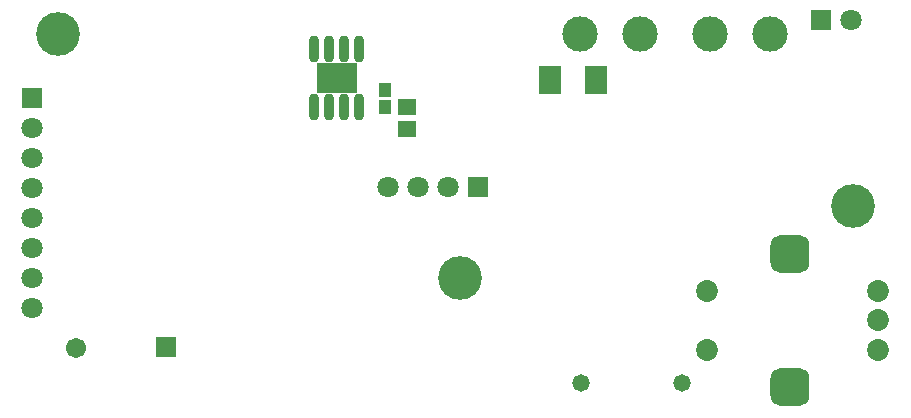
<source format=gbs>
G04*
G04 #@! TF.GenerationSoftware,Altium Limited,Altium Designer,21.3.2 (30)*
G04*
G04 Layer_Color=16711935*
%FSTAX24Y24*%
%MOIN*%
G70*
G04*
G04 #@! TF.SameCoordinates,A4DC8701-BC22-4BCE-B91D-7DEF39426184*
G04*
G04*
G04 #@! TF.FilePolarity,Negative*
G04*
G01*
G75*
%ADD55R,0.0434X0.0454*%
%ADD72R,0.0710X0.0710*%
%ADD73C,0.0710*%
%ADD74C,0.1458*%
%ADD75C,0.1180*%
%ADD76R,0.0710X0.0710*%
G04:AMPARAMS|DCode=77|XSize=130mil|YSize=126.1mil|CornerRadius=33.5mil|HoleSize=0mil|Usage=FLASHONLY|Rotation=0.000|XOffset=0mil|YOffset=0mil|HoleType=Round|Shape=RoundedRectangle|*
%AMROUNDEDRECTD77*
21,1,0.1300,0.0591,0,0,0.0*
21,1,0.0630,0.1261,0,0,0.0*
1,1,0.0671,0.0315,-0.0295*
1,1,0.0671,-0.0315,-0.0295*
1,1,0.0671,-0.0315,0.0295*
1,1,0.0671,0.0315,0.0295*
%
%ADD77ROUNDEDRECTD77*%
%ADD78C,0.0730*%
%ADD79R,0.0671X0.0671*%
%ADD80C,0.0671*%
%ADD81C,0.0580*%
G04:AMPARAMS|DCode=100|XSize=85.6mil|YSize=31.6mil|CornerRadius=10.4mil|HoleSize=0mil|Usage=FLASHONLY|Rotation=270.000|XOffset=0mil|YOffset=0mil|HoleType=Round|Shape=RoundedRectangle|*
%AMROUNDEDRECTD100*
21,1,0.0856,0.0109,0,0,270.0*
21,1,0.0648,0.0316,0,0,270.0*
1,1,0.0208,-0.0054,-0.0324*
1,1,0.0208,-0.0054,0.0324*
1,1,0.0208,0.0054,0.0324*
1,1,0.0208,0.0054,-0.0324*
%
%ADD100ROUNDEDRECTD100*%
%ADD101R,0.1379X0.1029*%
%ADD102R,0.0631X0.0552*%
%ADD103R,0.0720X0.0980*%
D55*
X042Y012955D02*
D03*
Y013545D02*
D03*
D72*
X0451Y0103D02*
D03*
X05655Y01585D02*
D03*
D73*
X0441Y0103D02*
D03*
X0431D02*
D03*
X0421D02*
D03*
X05755Y01585D02*
D03*
X03025Y00625D02*
D03*
Y00725D02*
D03*
Y00825D02*
D03*
Y00925D02*
D03*
Y01025D02*
D03*
Y01125D02*
D03*
Y01225D02*
D03*
D74*
X0576Y00965D02*
D03*
X0445Y00725D02*
D03*
X0311Y0154D02*
D03*
D75*
X05285D02*
D03*
X05485D02*
D03*
X0485D02*
D03*
X0505D02*
D03*
D76*
X03025Y01325D02*
D03*
D77*
X0555Y008055D02*
D03*
Y003645D02*
D03*
D78*
X052744Y006834D02*
D03*
Y004866D02*
D03*
X058453Y006834D02*
D03*
Y00585D02*
D03*
Y004866D02*
D03*
D79*
X0347Y00495D02*
D03*
D80*
X0317Y004945D02*
D03*
D81*
X04855Y00375D02*
D03*
X0519D02*
D03*
D100*
X03965Y014899D02*
D03*
X04015D02*
D03*
X04065D02*
D03*
X04115D02*
D03*
Y01295D02*
D03*
X04065D02*
D03*
X04015D02*
D03*
X03965D02*
D03*
D101*
X0404Y013924D02*
D03*
D102*
X042749Y012976D02*
D03*
Y012228D02*
D03*
D103*
X0475Y01385D02*
D03*
X04904D02*
D03*
M02*

</source>
